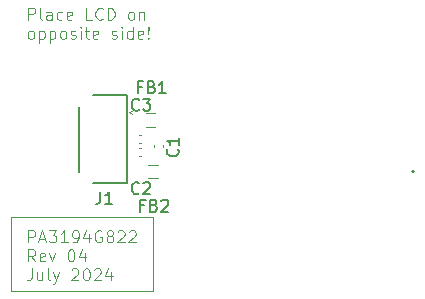
<source format=gbr>
%TF.GenerationSoftware,KiCad,Pcbnew,8.0.4*%
%TF.CreationDate,2024-07-27T12:21:03+02:00*%
%TF.ProjectId,PA3194G822_R04,50413331-3934-4473-9832-325f5230342e,4*%
%TF.SameCoordinates,Original*%
%TF.FileFunction,Legend,Top*%
%TF.FilePolarity,Positive*%
%FSLAX46Y46*%
G04 Gerber Fmt 4.6, Leading zero omitted, Abs format (unit mm)*
G04 Created by KiCad (PCBNEW 8.0.4) date 2024-07-27 12:21:03*
%MOMM*%
%LPD*%
G01*
G04 APERTURE LIST*
%ADD10C,0.100000*%
%ADD11C,0.150000*%
%ADD12C,0.120000*%
%ADD13C,0.152400*%
%ADD14C,0.200000*%
G04 APERTURE END LIST*
D10*
X107320000Y-106617500D02*
X119370000Y-106617500D01*
X119370000Y-112882500D01*
X107320000Y-112882500D01*
X107320000Y-106617500D01*
X108823884Y-89882475D02*
X108823884Y-88882475D01*
X108823884Y-88882475D02*
X109204836Y-88882475D01*
X109204836Y-88882475D02*
X109300074Y-88930094D01*
X109300074Y-88930094D02*
X109347693Y-88977713D01*
X109347693Y-88977713D02*
X109395312Y-89072951D01*
X109395312Y-89072951D02*
X109395312Y-89215808D01*
X109395312Y-89215808D02*
X109347693Y-89311046D01*
X109347693Y-89311046D02*
X109300074Y-89358665D01*
X109300074Y-89358665D02*
X109204836Y-89406284D01*
X109204836Y-89406284D02*
X108823884Y-89406284D01*
X109966741Y-89882475D02*
X109871503Y-89834856D01*
X109871503Y-89834856D02*
X109823884Y-89739617D01*
X109823884Y-89739617D02*
X109823884Y-88882475D01*
X110776265Y-89882475D02*
X110776265Y-89358665D01*
X110776265Y-89358665D02*
X110728646Y-89263427D01*
X110728646Y-89263427D02*
X110633408Y-89215808D01*
X110633408Y-89215808D02*
X110442932Y-89215808D01*
X110442932Y-89215808D02*
X110347694Y-89263427D01*
X110776265Y-89834856D02*
X110681027Y-89882475D01*
X110681027Y-89882475D02*
X110442932Y-89882475D01*
X110442932Y-89882475D02*
X110347694Y-89834856D01*
X110347694Y-89834856D02*
X110300075Y-89739617D01*
X110300075Y-89739617D02*
X110300075Y-89644379D01*
X110300075Y-89644379D02*
X110347694Y-89549141D01*
X110347694Y-89549141D02*
X110442932Y-89501522D01*
X110442932Y-89501522D02*
X110681027Y-89501522D01*
X110681027Y-89501522D02*
X110776265Y-89453903D01*
X111681027Y-89834856D02*
X111585789Y-89882475D01*
X111585789Y-89882475D02*
X111395313Y-89882475D01*
X111395313Y-89882475D02*
X111300075Y-89834856D01*
X111300075Y-89834856D02*
X111252456Y-89787236D01*
X111252456Y-89787236D02*
X111204837Y-89691998D01*
X111204837Y-89691998D02*
X111204837Y-89406284D01*
X111204837Y-89406284D02*
X111252456Y-89311046D01*
X111252456Y-89311046D02*
X111300075Y-89263427D01*
X111300075Y-89263427D02*
X111395313Y-89215808D01*
X111395313Y-89215808D02*
X111585789Y-89215808D01*
X111585789Y-89215808D02*
X111681027Y-89263427D01*
X112490551Y-89834856D02*
X112395313Y-89882475D01*
X112395313Y-89882475D02*
X112204837Y-89882475D01*
X112204837Y-89882475D02*
X112109599Y-89834856D01*
X112109599Y-89834856D02*
X112061980Y-89739617D01*
X112061980Y-89739617D02*
X112061980Y-89358665D01*
X112061980Y-89358665D02*
X112109599Y-89263427D01*
X112109599Y-89263427D02*
X112204837Y-89215808D01*
X112204837Y-89215808D02*
X112395313Y-89215808D01*
X112395313Y-89215808D02*
X112490551Y-89263427D01*
X112490551Y-89263427D02*
X112538170Y-89358665D01*
X112538170Y-89358665D02*
X112538170Y-89453903D01*
X112538170Y-89453903D02*
X112061980Y-89549141D01*
X114204837Y-89882475D02*
X113728647Y-89882475D01*
X113728647Y-89882475D02*
X113728647Y-88882475D01*
X115109599Y-89787236D02*
X115061980Y-89834856D01*
X115061980Y-89834856D02*
X114919123Y-89882475D01*
X114919123Y-89882475D02*
X114823885Y-89882475D01*
X114823885Y-89882475D02*
X114681028Y-89834856D01*
X114681028Y-89834856D02*
X114585790Y-89739617D01*
X114585790Y-89739617D02*
X114538171Y-89644379D01*
X114538171Y-89644379D02*
X114490552Y-89453903D01*
X114490552Y-89453903D02*
X114490552Y-89311046D01*
X114490552Y-89311046D02*
X114538171Y-89120570D01*
X114538171Y-89120570D02*
X114585790Y-89025332D01*
X114585790Y-89025332D02*
X114681028Y-88930094D01*
X114681028Y-88930094D02*
X114823885Y-88882475D01*
X114823885Y-88882475D02*
X114919123Y-88882475D01*
X114919123Y-88882475D02*
X115061980Y-88930094D01*
X115061980Y-88930094D02*
X115109599Y-88977713D01*
X115538171Y-89882475D02*
X115538171Y-88882475D01*
X115538171Y-88882475D02*
X115776266Y-88882475D01*
X115776266Y-88882475D02*
X115919123Y-88930094D01*
X115919123Y-88930094D02*
X116014361Y-89025332D01*
X116014361Y-89025332D02*
X116061980Y-89120570D01*
X116061980Y-89120570D02*
X116109599Y-89311046D01*
X116109599Y-89311046D02*
X116109599Y-89453903D01*
X116109599Y-89453903D02*
X116061980Y-89644379D01*
X116061980Y-89644379D02*
X116014361Y-89739617D01*
X116014361Y-89739617D02*
X115919123Y-89834856D01*
X115919123Y-89834856D02*
X115776266Y-89882475D01*
X115776266Y-89882475D02*
X115538171Y-89882475D01*
X117442933Y-89882475D02*
X117347695Y-89834856D01*
X117347695Y-89834856D02*
X117300076Y-89787236D01*
X117300076Y-89787236D02*
X117252457Y-89691998D01*
X117252457Y-89691998D02*
X117252457Y-89406284D01*
X117252457Y-89406284D02*
X117300076Y-89311046D01*
X117300076Y-89311046D02*
X117347695Y-89263427D01*
X117347695Y-89263427D02*
X117442933Y-89215808D01*
X117442933Y-89215808D02*
X117585790Y-89215808D01*
X117585790Y-89215808D02*
X117681028Y-89263427D01*
X117681028Y-89263427D02*
X117728647Y-89311046D01*
X117728647Y-89311046D02*
X117776266Y-89406284D01*
X117776266Y-89406284D02*
X117776266Y-89691998D01*
X117776266Y-89691998D02*
X117728647Y-89787236D01*
X117728647Y-89787236D02*
X117681028Y-89834856D01*
X117681028Y-89834856D02*
X117585790Y-89882475D01*
X117585790Y-89882475D02*
X117442933Y-89882475D01*
X118204838Y-89215808D02*
X118204838Y-89882475D01*
X118204838Y-89311046D02*
X118252457Y-89263427D01*
X118252457Y-89263427D02*
X118347695Y-89215808D01*
X118347695Y-89215808D02*
X118490552Y-89215808D01*
X118490552Y-89215808D02*
X118585790Y-89263427D01*
X118585790Y-89263427D02*
X118633409Y-89358665D01*
X118633409Y-89358665D02*
X118633409Y-89882475D01*
X108966741Y-91492419D02*
X108871503Y-91444800D01*
X108871503Y-91444800D02*
X108823884Y-91397180D01*
X108823884Y-91397180D02*
X108776265Y-91301942D01*
X108776265Y-91301942D02*
X108776265Y-91016228D01*
X108776265Y-91016228D02*
X108823884Y-90920990D01*
X108823884Y-90920990D02*
X108871503Y-90873371D01*
X108871503Y-90873371D02*
X108966741Y-90825752D01*
X108966741Y-90825752D02*
X109109598Y-90825752D01*
X109109598Y-90825752D02*
X109204836Y-90873371D01*
X109204836Y-90873371D02*
X109252455Y-90920990D01*
X109252455Y-90920990D02*
X109300074Y-91016228D01*
X109300074Y-91016228D02*
X109300074Y-91301942D01*
X109300074Y-91301942D02*
X109252455Y-91397180D01*
X109252455Y-91397180D02*
X109204836Y-91444800D01*
X109204836Y-91444800D02*
X109109598Y-91492419D01*
X109109598Y-91492419D02*
X108966741Y-91492419D01*
X109728646Y-90825752D02*
X109728646Y-91825752D01*
X109728646Y-90873371D02*
X109823884Y-90825752D01*
X109823884Y-90825752D02*
X110014360Y-90825752D01*
X110014360Y-90825752D02*
X110109598Y-90873371D01*
X110109598Y-90873371D02*
X110157217Y-90920990D01*
X110157217Y-90920990D02*
X110204836Y-91016228D01*
X110204836Y-91016228D02*
X110204836Y-91301942D01*
X110204836Y-91301942D02*
X110157217Y-91397180D01*
X110157217Y-91397180D02*
X110109598Y-91444800D01*
X110109598Y-91444800D02*
X110014360Y-91492419D01*
X110014360Y-91492419D02*
X109823884Y-91492419D01*
X109823884Y-91492419D02*
X109728646Y-91444800D01*
X110633408Y-90825752D02*
X110633408Y-91825752D01*
X110633408Y-90873371D02*
X110728646Y-90825752D01*
X110728646Y-90825752D02*
X110919122Y-90825752D01*
X110919122Y-90825752D02*
X111014360Y-90873371D01*
X111014360Y-90873371D02*
X111061979Y-90920990D01*
X111061979Y-90920990D02*
X111109598Y-91016228D01*
X111109598Y-91016228D02*
X111109598Y-91301942D01*
X111109598Y-91301942D02*
X111061979Y-91397180D01*
X111061979Y-91397180D02*
X111014360Y-91444800D01*
X111014360Y-91444800D02*
X110919122Y-91492419D01*
X110919122Y-91492419D02*
X110728646Y-91492419D01*
X110728646Y-91492419D02*
X110633408Y-91444800D01*
X111681027Y-91492419D02*
X111585789Y-91444800D01*
X111585789Y-91444800D02*
X111538170Y-91397180D01*
X111538170Y-91397180D02*
X111490551Y-91301942D01*
X111490551Y-91301942D02*
X111490551Y-91016228D01*
X111490551Y-91016228D02*
X111538170Y-90920990D01*
X111538170Y-90920990D02*
X111585789Y-90873371D01*
X111585789Y-90873371D02*
X111681027Y-90825752D01*
X111681027Y-90825752D02*
X111823884Y-90825752D01*
X111823884Y-90825752D02*
X111919122Y-90873371D01*
X111919122Y-90873371D02*
X111966741Y-90920990D01*
X111966741Y-90920990D02*
X112014360Y-91016228D01*
X112014360Y-91016228D02*
X112014360Y-91301942D01*
X112014360Y-91301942D02*
X111966741Y-91397180D01*
X111966741Y-91397180D02*
X111919122Y-91444800D01*
X111919122Y-91444800D02*
X111823884Y-91492419D01*
X111823884Y-91492419D02*
X111681027Y-91492419D01*
X112395313Y-91444800D02*
X112490551Y-91492419D01*
X112490551Y-91492419D02*
X112681027Y-91492419D01*
X112681027Y-91492419D02*
X112776265Y-91444800D01*
X112776265Y-91444800D02*
X112823884Y-91349561D01*
X112823884Y-91349561D02*
X112823884Y-91301942D01*
X112823884Y-91301942D02*
X112776265Y-91206704D01*
X112776265Y-91206704D02*
X112681027Y-91159085D01*
X112681027Y-91159085D02*
X112538170Y-91159085D01*
X112538170Y-91159085D02*
X112442932Y-91111466D01*
X112442932Y-91111466D02*
X112395313Y-91016228D01*
X112395313Y-91016228D02*
X112395313Y-90968609D01*
X112395313Y-90968609D02*
X112442932Y-90873371D01*
X112442932Y-90873371D02*
X112538170Y-90825752D01*
X112538170Y-90825752D02*
X112681027Y-90825752D01*
X112681027Y-90825752D02*
X112776265Y-90873371D01*
X113252456Y-91492419D02*
X113252456Y-90825752D01*
X113252456Y-90492419D02*
X113204837Y-90540038D01*
X113204837Y-90540038D02*
X113252456Y-90587657D01*
X113252456Y-90587657D02*
X113300075Y-90540038D01*
X113300075Y-90540038D02*
X113252456Y-90492419D01*
X113252456Y-90492419D02*
X113252456Y-90587657D01*
X113585789Y-90825752D02*
X113966741Y-90825752D01*
X113728646Y-90492419D02*
X113728646Y-91349561D01*
X113728646Y-91349561D02*
X113776265Y-91444800D01*
X113776265Y-91444800D02*
X113871503Y-91492419D01*
X113871503Y-91492419D02*
X113966741Y-91492419D01*
X114681027Y-91444800D02*
X114585789Y-91492419D01*
X114585789Y-91492419D02*
X114395313Y-91492419D01*
X114395313Y-91492419D02*
X114300075Y-91444800D01*
X114300075Y-91444800D02*
X114252456Y-91349561D01*
X114252456Y-91349561D02*
X114252456Y-90968609D01*
X114252456Y-90968609D02*
X114300075Y-90873371D01*
X114300075Y-90873371D02*
X114395313Y-90825752D01*
X114395313Y-90825752D02*
X114585789Y-90825752D01*
X114585789Y-90825752D02*
X114681027Y-90873371D01*
X114681027Y-90873371D02*
X114728646Y-90968609D01*
X114728646Y-90968609D02*
X114728646Y-91063847D01*
X114728646Y-91063847D02*
X114252456Y-91159085D01*
X115871504Y-91444800D02*
X115966742Y-91492419D01*
X115966742Y-91492419D02*
X116157218Y-91492419D01*
X116157218Y-91492419D02*
X116252456Y-91444800D01*
X116252456Y-91444800D02*
X116300075Y-91349561D01*
X116300075Y-91349561D02*
X116300075Y-91301942D01*
X116300075Y-91301942D02*
X116252456Y-91206704D01*
X116252456Y-91206704D02*
X116157218Y-91159085D01*
X116157218Y-91159085D02*
X116014361Y-91159085D01*
X116014361Y-91159085D02*
X115919123Y-91111466D01*
X115919123Y-91111466D02*
X115871504Y-91016228D01*
X115871504Y-91016228D02*
X115871504Y-90968609D01*
X115871504Y-90968609D02*
X115919123Y-90873371D01*
X115919123Y-90873371D02*
X116014361Y-90825752D01*
X116014361Y-90825752D02*
X116157218Y-90825752D01*
X116157218Y-90825752D02*
X116252456Y-90873371D01*
X116728647Y-91492419D02*
X116728647Y-90825752D01*
X116728647Y-90492419D02*
X116681028Y-90540038D01*
X116681028Y-90540038D02*
X116728647Y-90587657D01*
X116728647Y-90587657D02*
X116776266Y-90540038D01*
X116776266Y-90540038D02*
X116728647Y-90492419D01*
X116728647Y-90492419D02*
X116728647Y-90587657D01*
X117633408Y-91492419D02*
X117633408Y-90492419D01*
X117633408Y-91444800D02*
X117538170Y-91492419D01*
X117538170Y-91492419D02*
X117347694Y-91492419D01*
X117347694Y-91492419D02*
X117252456Y-91444800D01*
X117252456Y-91444800D02*
X117204837Y-91397180D01*
X117204837Y-91397180D02*
X117157218Y-91301942D01*
X117157218Y-91301942D02*
X117157218Y-91016228D01*
X117157218Y-91016228D02*
X117204837Y-90920990D01*
X117204837Y-90920990D02*
X117252456Y-90873371D01*
X117252456Y-90873371D02*
X117347694Y-90825752D01*
X117347694Y-90825752D02*
X117538170Y-90825752D01*
X117538170Y-90825752D02*
X117633408Y-90873371D01*
X118490551Y-91444800D02*
X118395313Y-91492419D01*
X118395313Y-91492419D02*
X118204837Y-91492419D01*
X118204837Y-91492419D02*
X118109599Y-91444800D01*
X118109599Y-91444800D02*
X118061980Y-91349561D01*
X118061980Y-91349561D02*
X118061980Y-90968609D01*
X118061980Y-90968609D02*
X118109599Y-90873371D01*
X118109599Y-90873371D02*
X118204837Y-90825752D01*
X118204837Y-90825752D02*
X118395313Y-90825752D01*
X118395313Y-90825752D02*
X118490551Y-90873371D01*
X118490551Y-90873371D02*
X118538170Y-90968609D01*
X118538170Y-90968609D02*
X118538170Y-91063847D01*
X118538170Y-91063847D02*
X118061980Y-91159085D01*
X118966742Y-91397180D02*
X119014361Y-91444800D01*
X119014361Y-91444800D02*
X118966742Y-91492419D01*
X118966742Y-91492419D02*
X118919123Y-91444800D01*
X118919123Y-91444800D02*
X118966742Y-91397180D01*
X118966742Y-91397180D02*
X118966742Y-91492419D01*
X118966742Y-91111466D02*
X118919123Y-90540038D01*
X118919123Y-90540038D02*
X118966742Y-90492419D01*
X118966742Y-90492419D02*
X119014361Y-90540038D01*
X119014361Y-90540038D02*
X118966742Y-91111466D01*
X118966742Y-91111466D02*
X118966742Y-90492419D01*
X108813884Y-108732531D02*
X108813884Y-107732531D01*
X108813884Y-107732531D02*
X109194836Y-107732531D01*
X109194836Y-107732531D02*
X109290074Y-107780150D01*
X109290074Y-107780150D02*
X109337693Y-107827769D01*
X109337693Y-107827769D02*
X109385312Y-107923007D01*
X109385312Y-107923007D02*
X109385312Y-108065864D01*
X109385312Y-108065864D02*
X109337693Y-108161102D01*
X109337693Y-108161102D02*
X109290074Y-108208721D01*
X109290074Y-108208721D02*
X109194836Y-108256340D01*
X109194836Y-108256340D02*
X108813884Y-108256340D01*
X109766265Y-108446816D02*
X110242455Y-108446816D01*
X109671027Y-108732531D02*
X110004360Y-107732531D01*
X110004360Y-107732531D02*
X110337693Y-108732531D01*
X110575789Y-107732531D02*
X111194836Y-107732531D01*
X111194836Y-107732531D02*
X110861503Y-108113483D01*
X110861503Y-108113483D02*
X111004360Y-108113483D01*
X111004360Y-108113483D02*
X111099598Y-108161102D01*
X111099598Y-108161102D02*
X111147217Y-108208721D01*
X111147217Y-108208721D02*
X111194836Y-108303959D01*
X111194836Y-108303959D02*
X111194836Y-108542054D01*
X111194836Y-108542054D02*
X111147217Y-108637292D01*
X111147217Y-108637292D02*
X111099598Y-108684912D01*
X111099598Y-108684912D02*
X111004360Y-108732531D01*
X111004360Y-108732531D02*
X110718646Y-108732531D01*
X110718646Y-108732531D02*
X110623408Y-108684912D01*
X110623408Y-108684912D02*
X110575789Y-108637292D01*
X112147217Y-108732531D02*
X111575789Y-108732531D01*
X111861503Y-108732531D02*
X111861503Y-107732531D01*
X111861503Y-107732531D02*
X111766265Y-107875388D01*
X111766265Y-107875388D02*
X111671027Y-107970626D01*
X111671027Y-107970626D02*
X111575789Y-108018245D01*
X112623408Y-108732531D02*
X112813884Y-108732531D01*
X112813884Y-108732531D02*
X112909122Y-108684912D01*
X112909122Y-108684912D02*
X112956741Y-108637292D01*
X112956741Y-108637292D02*
X113051979Y-108494435D01*
X113051979Y-108494435D02*
X113099598Y-108303959D01*
X113099598Y-108303959D02*
X113099598Y-107923007D01*
X113099598Y-107923007D02*
X113051979Y-107827769D01*
X113051979Y-107827769D02*
X113004360Y-107780150D01*
X113004360Y-107780150D02*
X112909122Y-107732531D01*
X112909122Y-107732531D02*
X112718646Y-107732531D01*
X112718646Y-107732531D02*
X112623408Y-107780150D01*
X112623408Y-107780150D02*
X112575789Y-107827769D01*
X112575789Y-107827769D02*
X112528170Y-107923007D01*
X112528170Y-107923007D02*
X112528170Y-108161102D01*
X112528170Y-108161102D02*
X112575789Y-108256340D01*
X112575789Y-108256340D02*
X112623408Y-108303959D01*
X112623408Y-108303959D02*
X112718646Y-108351578D01*
X112718646Y-108351578D02*
X112909122Y-108351578D01*
X112909122Y-108351578D02*
X113004360Y-108303959D01*
X113004360Y-108303959D02*
X113051979Y-108256340D01*
X113051979Y-108256340D02*
X113099598Y-108161102D01*
X113956741Y-108065864D02*
X113956741Y-108732531D01*
X113718646Y-107684912D02*
X113480551Y-108399197D01*
X113480551Y-108399197D02*
X114099598Y-108399197D01*
X115004360Y-107780150D02*
X114909122Y-107732531D01*
X114909122Y-107732531D02*
X114766265Y-107732531D01*
X114766265Y-107732531D02*
X114623408Y-107780150D01*
X114623408Y-107780150D02*
X114528170Y-107875388D01*
X114528170Y-107875388D02*
X114480551Y-107970626D01*
X114480551Y-107970626D02*
X114432932Y-108161102D01*
X114432932Y-108161102D02*
X114432932Y-108303959D01*
X114432932Y-108303959D02*
X114480551Y-108494435D01*
X114480551Y-108494435D02*
X114528170Y-108589673D01*
X114528170Y-108589673D02*
X114623408Y-108684912D01*
X114623408Y-108684912D02*
X114766265Y-108732531D01*
X114766265Y-108732531D02*
X114861503Y-108732531D01*
X114861503Y-108732531D02*
X115004360Y-108684912D01*
X115004360Y-108684912D02*
X115051979Y-108637292D01*
X115051979Y-108637292D02*
X115051979Y-108303959D01*
X115051979Y-108303959D02*
X114861503Y-108303959D01*
X115623408Y-108161102D02*
X115528170Y-108113483D01*
X115528170Y-108113483D02*
X115480551Y-108065864D01*
X115480551Y-108065864D02*
X115432932Y-107970626D01*
X115432932Y-107970626D02*
X115432932Y-107923007D01*
X115432932Y-107923007D02*
X115480551Y-107827769D01*
X115480551Y-107827769D02*
X115528170Y-107780150D01*
X115528170Y-107780150D02*
X115623408Y-107732531D01*
X115623408Y-107732531D02*
X115813884Y-107732531D01*
X115813884Y-107732531D02*
X115909122Y-107780150D01*
X115909122Y-107780150D02*
X115956741Y-107827769D01*
X115956741Y-107827769D02*
X116004360Y-107923007D01*
X116004360Y-107923007D02*
X116004360Y-107970626D01*
X116004360Y-107970626D02*
X115956741Y-108065864D01*
X115956741Y-108065864D02*
X115909122Y-108113483D01*
X115909122Y-108113483D02*
X115813884Y-108161102D01*
X115813884Y-108161102D02*
X115623408Y-108161102D01*
X115623408Y-108161102D02*
X115528170Y-108208721D01*
X115528170Y-108208721D02*
X115480551Y-108256340D01*
X115480551Y-108256340D02*
X115432932Y-108351578D01*
X115432932Y-108351578D02*
X115432932Y-108542054D01*
X115432932Y-108542054D02*
X115480551Y-108637292D01*
X115480551Y-108637292D02*
X115528170Y-108684912D01*
X115528170Y-108684912D02*
X115623408Y-108732531D01*
X115623408Y-108732531D02*
X115813884Y-108732531D01*
X115813884Y-108732531D02*
X115909122Y-108684912D01*
X115909122Y-108684912D02*
X115956741Y-108637292D01*
X115956741Y-108637292D02*
X116004360Y-108542054D01*
X116004360Y-108542054D02*
X116004360Y-108351578D01*
X116004360Y-108351578D02*
X115956741Y-108256340D01*
X115956741Y-108256340D02*
X115909122Y-108208721D01*
X115909122Y-108208721D02*
X115813884Y-108161102D01*
X116385313Y-107827769D02*
X116432932Y-107780150D01*
X116432932Y-107780150D02*
X116528170Y-107732531D01*
X116528170Y-107732531D02*
X116766265Y-107732531D01*
X116766265Y-107732531D02*
X116861503Y-107780150D01*
X116861503Y-107780150D02*
X116909122Y-107827769D01*
X116909122Y-107827769D02*
X116956741Y-107923007D01*
X116956741Y-107923007D02*
X116956741Y-108018245D01*
X116956741Y-108018245D02*
X116909122Y-108161102D01*
X116909122Y-108161102D02*
X116337694Y-108732531D01*
X116337694Y-108732531D02*
X116956741Y-108732531D01*
X117337694Y-107827769D02*
X117385313Y-107780150D01*
X117385313Y-107780150D02*
X117480551Y-107732531D01*
X117480551Y-107732531D02*
X117718646Y-107732531D01*
X117718646Y-107732531D02*
X117813884Y-107780150D01*
X117813884Y-107780150D02*
X117861503Y-107827769D01*
X117861503Y-107827769D02*
X117909122Y-107923007D01*
X117909122Y-107923007D02*
X117909122Y-108018245D01*
X117909122Y-108018245D02*
X117861503Y-108161102D01*
X117861503Y-108161102D02*
X117290075Y-108732531D01*
X117290075Y-108732531D02*
X117909122Y-108732531D01*
X109385312Y-110342475D02*
X109051979Y-109866284D01*
X108813884Y-110342475D02*
X108813884Y-109342475D01*
X108813884Y-109342475D02*
X109194836Y-109342475D01*
X109194836Y-109342475D02*
X109290074Y-109390094D01*
X109290074Y-109390094D02*
X109337693Y-109437713D01*
X109337693Y-109437713D02*
X109385312Y-109532951D01*
X109385312Y-109532951D02*
X109385312Y-109675808D01*
X109385312Y-109675808D02*
X109337693Y-109771046D01*
X109337693Y-109771046D02*
X109290074Y-109818665D01*
X109290074Y-109818665D02*
X109194836Y-109866284D01*
X109194836Y-109866284D02*
X108813884Y-109866284D01*
X110194836Y-110294856D02*
X110099598Y-110342475D01*
X110099598Y-110342475D02*
X109909122Y-110342475D01*
X109909122Y-110342475D02*
X109813884Y-110294856D01*
X109813884Y-110294856D02*
X109766265Y-110199617D01*
X109766265Y-110199617D02*
X109766265Y-109818665D01*
X109766265Y-109818665D02*
X109813884Y-109723427D01*
X109813884Y-109723427D02*
X109909122Y-109675808D01*
X109909122Y-109675808D02*
X110099598Y-109675808D01*
X110099598Y-109675808D02*
X110194836Y-109723427D01*
X110194836Y-109723427D02*
X110242455Y-109818665D01*
X110242455Y-109818665D02*
X110242455Y-109913903D01*
X110242455Y-109913903D02*
X109766265Y-110009141D01*
X110575789Y-109675808D02*
X110813884Y-110342475D01*
X110813884Y-110342475D02*
X111051979Y-109675808D01*
X112385313Y-109342475D02*
X112480551Y-109342475D01*
X112480551Y-109342475D02*
X112575789Y-109390094D01*
X112575789Y-109390094D02*
X112623408Y-109437713D01*
X112623408Y-109437713D02*
X112671027Y-109532951D01*
X112671027Y-109532951D02*
X112718646Y-109723427D01*
X112718646Y-109723427D02*
X112718646Y-109961522D01*
X112718646Y-109961522D02*
X112671027Y-110151998D01*
X112671027Y-110151998D02*
X112623408Y-110247236D01*
X112623408Y-110247236D02*
X112575789Y-110294856D01*
X112575789Y-110294856D02*
X112480551Y-110342475D01*
X112480551Y-110342475D02*
X112385313Y-110342475D01*
X112385313Y-110342475D02*
X112290075Y-110294856D01*
X112290075Y-110294856D02*
X112242456Y-110247236D01*
X112242456Y-110247236D02*
X112194837Y-110151998D01*
X112194837Y-110151998D02*
X112147218Y-109961522D01*
X112147218Y-109961522D02*
X112147218Y-109723427D01*
X112147218Y-109723427D02*
X112194837Y-109532951D01*
X112194837Y-109532951D02*
X112242456Y-109437713D01*
X112242456Y-109437713D02*
X112290075Y-109390094D01*
X112290075Y-109390094D02*
X112385313Y-109342475D01*
X113575789Y-109675808D02*
X113575789Y-110342475D01*
X113337694Y-109294856D02*
X113099599Y-110009141D01*
X113099599Y-110009141D02*
X113718646Y-110009141D01*
X109099598Y-110952419D02*
X109099598Y-111666704D01*
X109099598Y-111666704D02*
X109051979Y-111809561D01*
X109051979Y-111809561D02*
X108956741Y-111904800D01*
X108956741Y-111904800D02*
X108813884Y-111952419D01*
X108813884Y-111952419D02*
X108718646Y-111952419D01*
X110004360Y-111285752D02*
X110004360Y-111952419D01*
X109575789Y-111285752D02*
X109575789Y-111809561D01*
X109575789Y-111809561D02*
X109623408Y-111904800D01*
X109623408Y-111904800D02*
X109718646Y-111952419D01*
X109718646Y-111952419D02*
X109861503Y-111952419D01*
X109861503Y-111952419D02*
X109956741Y-111904800D01*
X109956741Y-111904800D02*
X110004360Y-111857180D01*
X110623408Y-111952419D02*
X110528170Y-111904800D01*
X110528170Y-111904800D02*
X110480551Y-111809561D01*
X110480551Y-111809561D02*
X110480551Y-110952419D01*
X110909123Y-111285752D02*
X111147218Y-111952419D01*
X111385313Y-111285752D02*
X111147218Y-111952419D01*
X111147218Y-111952419D02*
X111051980Y-112190514D01*
X111051980Y-112190514D02*
X111004361Y-112238133D01*
X111004361Y-112238133D02*
X110909123Y-112285752D01*
X112480552Y-111047657D02*
X112528171Y-111000038D01*
X112528171Y-111000038D02*
X112623409Y-110952419D01*
X112623409Y-110952419D02*
X112861504Y-110952419D01*
X112861504Y-110952419D02*
X112956742Y-111000038D01*
X112956742Y-111000038D02*
X113004361Y-111047657D01*
X113004361Y-111047657D02*
X113051980Y-111142895D01*
X113051980Y-111142895D02*
X113051980Y-111238133D01*
X113051980Y-111238133D02*
X113004361Y-111380990D01*
X113004361Y-111380990D02*
X112432933Y-111952419D01*
X112432933Y-111952419D02*
X113051980Y-111952419D01*
X113671028Y-110952419D02*
X113766266Y-110952419D01*
X113766266Y-110952419D02*
X113861504Y-111000038D01*
X113861504Y-111000038D02*
X113909123Y-111047657D01*
X113909123Y-111047657D02*
X113956742Y-111142895D01*
X113956742Y-111142895D02*
X114004361Y-111333371D01*
X114004361Y-111333371D02*
X114004361Y-111571466D01*
X114004361Y-111571466D02*
X113956742Y-111761942D01*
X113956742Y-111761942D02*
X113909123Y-111857180D01*
X113909123Y-111857180D02*
X113861504Y-111904800D01*
X113861504Y-111904800D02*
X113766266Y-111952419D01*
X113766266Y-111952419D02*
X113671028Y-111952419D01*
X113671028Y-111952419D02*
X113575790Y-111904800D01*
X113575790Y-111904800D02*
X113528171Y-111857180D01*
X113528171Y-111857180D02*
X113480552Y-111761942D01*
X113480552Y-111761942D02*
X113432933Y-111571466D01*
X113432933Y-111571466D02*
X113432933Y-111333371D01*
X113432933Y-111333371D02*
X113480552Y-111142895D01*
X113480552Y-111142895D02*
X113528171Y-111047657D01*
X113528171Y-111047657D02*
X113575790Y-111000038D01*
X113575790Y-111000038D02*
X113671028Y-110952419D01*
X114385314Y-111047657D02*
X114432933Y-111000038D01*
X114432933Y-111000038D02*
X114528171Y-110952419D01*
X114528171Y-110952419D02*
X114766266Y-110952419D01*
X114766266Y-110952419D02*
X114861504Y-111000038D01*
X114861504Y-111000038D02*
X114909123Y-111047657D01*
X114909123Y-111047657D02*
X114956742Y-111142895D01*
X114956742Y-111142895D02*
X114956742Y-111238133D01*
X114956742Y-111238133D02*
X114909123Y-111380990D01*
X114909123Y-111380990D02*
X114337695Y-111952419D01*
X114337695Y-111952419D02*
X114956742Y-111952419D01*
X115813885Y-111285752D02*
X115813885Y-111952419D01*
X115575790Y-110904800D02*
X115337695Y-111619085D01*
X115337695Y-111619085D02*
X115956742Y-111619085D01*
D11*
X118173333Y-104559580D02*
X118125714Y-104607200D01*
X118125714Y-104607200D02*
X117982857Y-104654819D01*
X117982857Y-104654819D02*
X117887619Y-104654819D01*
X117887619Y-104654819D02*
X117744762Y-104607200D01*
X117744762Y-104607200D02*
X117649524Y-104511961D01*
X117649524Y-104511961D02*
X117601905Y-104416723D01*
X117601905Y-104416723D02*
X117554286Y-104226247D01*
X117554286Y-104226247D02*
X117554286Y-104083390D01*
X117554286Y-104083390D02*
X117601905Y-103892914D01*
X117601905Y-103892914D02*
X117649524Y-103797676D01*
X117649524Y-103797676D02*
X117744762Y-103702438D01*
X117744762Y-103702438D02*
X117887619Y-103654819D01*
X117887619Y-103654819D02*
X117982857Y-103654819D01*
X117982857Y-103654819D02*
X118125714Y-103702438D01*
X118125714Y-103702438D02*
X118173333Y-103750057D01*
X118554286Y-103750057D02*
X118601905Y-103702438D01*
X118601905Y-103702438D02*
X118697143Y-103654819D01*
X118697143Y-103654819D02*
X118935238Y-103654819D01*
X118935238Y-103654819D02*
X119030476Y-103702438D01*
X119030476Y-103702438D02*
X119078095Y-103750057D01*
X119078095Y-103750057D02*
X119125714Y-103845295D01*
X119125714Y-103845295D02*
X119125714Y-103940533D01*
X119125714Y-103940533D02*
X119078095Y-104083390D01*
X119078095Y-104083390D02*
X118506667Y-104654819D01*
X118506667Y-104654819D02*
X119125714Y-104654819D01*
X121449580Y-100841666D02*
X121497200Y-100889285D01*
X121497200Y-100889285D02*
X121544819Y-101032142D01*
X121544819Y-101032142D02*
X121544819Y-101127380D01*
X121544819Y-101127380D02*
X121497200Y-101270237D01*
X121497200Y-101270237D02*
X121401961Y-101365475D01*
X121401961Y-101365475D02*
X121306723Y-101413094D01*
X121306723Y-101413094D02*
X121116247Y-101460713D01*
X121116247Y-101460713D02*
X120973390Y-101460713D01*
X120973390Y-101460713D02*
X120782914Y-101413094D01*
X120782914Y-101413094D02*
X120687676Y-101365475D01*
X120687676Y-101365475D02*
X120592438Y-101270237D01*
X120592438Y-101270237D02*
X120544819Y-101127380D01*
X120544819Y-101127380D02*
X120544819Y-101032142D01*
X120544819Y-101032142D02*
X120592438Y-100889285D01*
X120592438Y-100889285D02*
X120640057Y-100841666D01*
X121544819Y-99889285D02*
X121544819Y-100460713D01*
X121544819Y-100174999D02*
X120544819Y-100174999D01*
X120544819Y-100174999D02*
X120687676Y-100270237D01*
X120687676Y-100270237D02*
X120782914Y-100365475D01*
X120782914Y-100365475D02*
X120830533Y-100460713D01*
X118406666Y-95581009D02*
X118073333Y-95581009D01*
X118073333Y-96104819D02*
X118073333Y-95104819D01*
X118073333Y-95104819D02*
X118549523Y-95104819D01*
X119263809Y-95581009D02*
X119406666Y-95628628D01*
X119406666Y-95628628D02*
X119454285Y-95676247D01*
X119454285Y-95676247D02*
X119501904Y-95771485D01*
X119501904Y-95771485D02*
X119501904Y-95914342D01*
X119501904Y-95914342D02*
X119454285Y-96009580D01*
X119454285Y-96009580D02*
X119406666Y-96057200D01*
X119406666Y-96057200D02*
X119311428Y-96104819D01*
X119311428Y-96104819D02*
X118930476Y-96104819D01*
X118930476Y-96104819D02*
X118930476Y-95104819D01*
X118930476Y-95104819D02*
X119263809Y-95104819D01*
X119263809Y-95104819D02*
X119359047Y-95152438D01*
X119359047Y-95152438D02*
X119406666Y-95200057D01*
X119406666Y-95200057D02*
X119454285Y-95295295D01*
X119454285Y-95295295D02*
X119454285Y-95390533D01*
X119454285Y-95390533D02*
X119406666Y-95485771D01*
X119406666Y-95485771D02*
X119359047Y-95533390D01*
X119359047Y-95533390D02*
X119263809Y-95581009D01*
X119263809Y-95581009D02*
X118930476Y-95581009D01*
X120454285Y-96104819D02*
X119882857Y-96104819D01*
X120168571Y-96104819D02*
X120168571Y-95104819D01*
X120168571Y-95104819D02*
X120073333Y-95247676D01*
X120073333Y-95247676D02*
X119978095Y-95342914D01*
X119978095Y-95342914D02*
X119882857Y-95390533D01*
X114906666Y-104454819D02*
X114906666Y-105169104D01*
X114906666Y-105169104D02*
X114859047Y-105311961D01*
X114859047Y-105311961D02*
X114763809Y-105407200D01*
X114763809Y-105407200D02*
X114620952Y-105454819D01*
X114620952Y-105454819D02*
X114525714Y-105454819D01*
X115906666Y-105454819D02*
X115335238Y-105454819D01*
X115620952Y-105454819D02*
X115620952Y-104454819D01*
X115620952Y-104454819D02*
X115525714Y-104597676D01*
X115525714Y-104597676D02*
X115430476Y-104692914D01*
X115430476Y-104692914D02*
X115335238Y-104740533D01*
X118606666Y-105606009D02*
X118273333Y-105606009D01*
X118273333Y-106129819D02*
X118273333Y-105129819D01*
X118273333Y-105129819D02*
X118749523Y-105129819D01*
X119463809Y-105606009D02*
X119606666Y-105653628D01*
X119606666Y-105653628D02*
X119654285Y-105701247D01*
X119654285Y-105701247D02*
X119701904Y-105796485D01*
X119701904Y-105796485D02*
X119701904Y-105939342D01*
X119701904Y-105939342D02*
X119654285Y-106034580D01*
X119654285Y-106034580D02*
X119606666Y-106082200D01*
X119606666Y-106082200D02*
X119511428Y-106129819D01*
X119511428Y-106129819D02*
X119130476Y-106129819D01*
X119130476Y-106129819D02*
X119130476Y-105129819D01*
X119130476Y-105129819D02*
X119463809Y-105129819D01*
X119463809Y-105129819D02*
X119559047Y-105177438D01*
X119559047Y-105177438D02*
X119606666Y-105225057D01*
X119606666Y-105225057D02*
X119654285Y-105320295D01*
X119654285Y-105320295D02*
X119654285Y-105415533D01*
X119654285Y-105415533D02*
X119606666Y-105510771D01*
X119606666Y-105510771D02*
X119559047Y-105558390D01*
X119559047Y-105558390D02*
X119463809Y-105606009D01*
X119463809Y-105606009D02*
X119130476Y-105606009D01*
X120082857Y-105225057D02*
X120130476Y-105177438D01*
X120130476Y-105177438D02*
X120225714Y-105129819D01*
X120225714Y-105129819D02*
X120463809Y-105129819D01*
X120463809Y-105129819D02*
X120559047Y-105177438D01*
X120559047Y-105177438D02*
X120606666Y-105225057D01*
X120606666Y-105225057D02*
X120654285Y-105320295D01*
X120654285Y-105320295D02*
X120654285Y-105415533D01*
X120654285Y-105415533D02*
X120606666Y-105558390D01*
X120606666Y-105558390D02*
X120035238Y-106129819D01*
X120035238Y-106129819D02*
X120654285Y-106129819D01*
X118198333Y-97484580D02*
X118150714Y-97532200D01*
X118150714Y-97532200D02*
X118007857Y-97579819D01*
X118007857Y-97579819D02*
X117912619Y-97579819D01*
X117912619Y-97579819D02*
X117769762Y-97532200D01*
X117769762Y-97532200D02*
X117674524Y-97436961D01*
X117674524Y-97436961D02*
X117626905Y-97341723D01*
X117626905Y-97341723D02*
X117579286Y-97151247D01*
X117579286Y-97151247D02*
X117579286Y-97008390D01*
X117579286Y-97008390D02*
X117626905Y-96817914D01*
X117626905Y-96817914D02*
X117674524Y-96722676D01*
X117674524Y-96722676D02*
X117769762Y-96627438D01*
X117769762Y-96627438D02*
X117912619Y-96579819D01*
X117912619Y-96579819D02*
X118007857Y-96579819D01*
X118007857Y-96579819D02*
X118150714Y-96627438D01*
X118150714Y-96627438D02*
X118198333Y-96675057D01*
X118531667Y-96579819D02*
X119150714Y-96579819D01*
X119150714Y-96579819D02*
X118817381Y-96960771D01*
X118817381Y-96960771D02*
X118960238Y-96960771D01*
X118960238Y-96960771D02*
X119055476Y-97008390D01*
X119055476Y-97008390D02*
X119103095Y-97056009D01*
X119103095Y-97056009D02*
X119150714Y-97151247D01*
X119150714Y-97151247D02*
X119150714Y-97389342D01*
X119150714Y-97389342D02*
X119103095Y-97484580D01*
X119103095Y-97484580D02*
X119055476Y-97532200D01*
X119055476Y-97532200D02*
X118960238Y-97579819D01*
X118960238Y-97579819D02*
X118674524Y-97579819D01*
X118674524Y-97579819D02*
X118579286Y-97532200D01*
X118579286Y-97532200D02*
X118531667Y-97484580D01*
D12*
%TO.C,C2*%
X118157164Y-100740000D02*
X118372836Y-100740000D01*
X118157164Y-101460000D02*
X118372836Y-101460000D01*
%TO.C,C1*%
X119480000Y-100682836D02*
X119480000Y-100467164D01*
X120200000Y-100682836D02*
X120200000Y-100467164D01*
%TO.C,FB1*%
X118740378Y-97815000D02*
X119539622Y-97815000D01*
X118740378Y-98935000D02*
X119539622Y-98935000D01*
D13*
%TO.C,J1*%
X113090376Y-97237683D02*
X113090376Y-102745517D01*
X114290000Y-103700000D02*
X117140000Y-103700000D01*
X117140000Y-96300000D02*
X114290000Y-96300000D01*
X117140000Y-103700000D02*
X117140000Y-96300000D01*
D10*
X117320000Y-97740000D02*
X117570000Y-97890000D01*
X117570000Y-97590000D02*
X117320000Y-97740000D01*
D12*
%TO.C,FB2*%
X119764622Y-102190000D02*
X118965378Y-102190000D01*
X119764622Y-103310000D02*
X118965378Y-103310000D01*
D14*
%TO.C,J2*%
X141470000Y-102740000D02*
G75*
G02*
X141270000Y-102740000I-100000J0D01*
G01*
X141270000Y-102740000D02*
G75*
G02*
X141470000Y-102740000I100000J0D01*
G01*
D12*
%TO.C,C3*%
X118157164Y-99640000D02*
X118372836Y-99640000D01*
X118157164Y-100360000D02*
X118372836Y-100360000D01*
%TD*%
M02*

</source>
